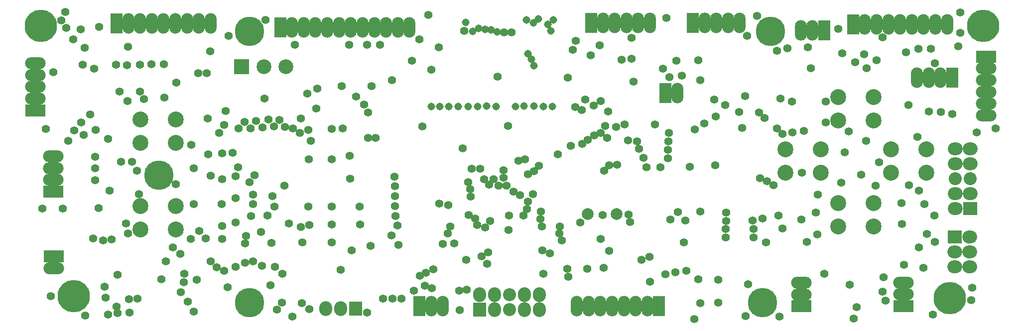
<source format=gbs>
G04 (created by PCBNEW-RS274X (2011-11-27 BZR 3249)-stable) date 7/05/2012 8:41:18 p.m.*
G01*
G70*
G90*
%MOIN*%
G04 Gerber Fmt 3.4, Leading zero omitted, Abs format*
%FSLAX34Y34*%
G04 APERTURE LIST*
%ADD10C,0.020000*%
%ADD11C,0.106600*%
%ADD12O,0.079100X0.138100*%
%ADD13R,0.079100X0.138100*%
%ADD14R,0.094800X0.086900*%
%ADD15O,0.098700X0.086900*%
%ADD16C,0.086900*%
%ADD17C,0.197200*%
%ADD18C,0.216900*%
%ADD19O,0.138100X0.079100*%
%ADD20R,0.138100X0.079100*%
%ADD21C,0.079100*%
%ADD22R,0.098700X0.098700*%
%ADD23C,0.098700*%
%ADD24R,0.086900X0.094800*%
%ADD25O,0.086900X0.098700*%
%ADD26C,0.055400*%
%ADD27C,0.051500*%
G04 APERTURE END LIST*
G54D10*
G54D11*
X66890Y-25276D03*
X66890Y-26850D03*
X69252Y-25276D03*
X69252Y-26850D03*
X72795Y-23267D03*
X72795Y-21693D03*
X70433Y-23267D03*
X70433Y-21693D03*
X20197Y-25473D03*
X20197Y-27047D03*
X22559Y-25473D03*
X22559Y-27047D03*
X20197Y-19685D03*
X20197Y-21259D03*
X22559Y-19685D03*
X22559Y-21259D03*
X69252Y-19763D03*
X69252Y-18189D03*
X66890Y-19763D03*
X66890Y-18189D03*
X65709Y-23267D03*
X65709Y-21693D03*
X63347Y-23267D03*
X63347Y-21693D03*
G54D12*
X20162Y-13260D03*
X19375Y-13260D03*
G54D13*
X18587Y-13260D03*
G54D12*
X20949Y-13260D03*
X21737Y-13260D03*
X22524Y-13260D03*
X23311Y-13260D03*
X24098Y-13260D03*
X24886Y-13260D03*
G54D14*
X75736Y-25671D03*
G54D15*
X74736Y-25671D03*
X75736Y-24671D03*
X74736Y-24671D03*
G54D16*
X75736Y-23671D03*
X74736Y-23671D03*
G54D15*
X75736Y-22671D03*
X74736Y-22671D03*
X75736Y-21671D03*
X74736Y-21671D03*
G54D14*
X74697Y-27553D03*
G54D15*
X75697Y-27553D03*
X74697Y-28553D03*
X75697Y-28553D03*
X74697Y-29553D03*
X75697Y-29553D03*
G54D17*
X62362Y-13780D03*
G54D18*
X76575Y-13425D03*
G54D17*
X61811Y-31969D03*
G54D18*
X74370Y-31654D03*
G54D17*
X27480Y-31969D03*
G54D18*
X15709Y-31535D03*
G54D17*
X21417Y-23425D03*
G54D18*
X13504Y-13425D03*
G54D17*
X27480Y-13780D03*
G54D12*
X51925Y-13216D03*
X51138Y-13216D03*
G54D13*
X50350Y-13216D03*
G54D12*
X52712Y-13216D03*
X53500Y-13216D03*
X54287Y-13216D03*
X69454Y-13331D03*
X68667Y-13331D03*
G54D13*
X67879Y-13331D03*
G54D12*
X70241Y-13331D03*
X71029Y-13331D03*
X71816Y-13331D03*
X72603Y-13331D03*
X73390Y-13331D03*
X74178Y-13331D03*
G54D19*
X76795Y-17055D03*
X76795Y-16268D03*
G54D20*
X76795Y-15480D03*
G54D19*
X76795Y-17842D03*
X76795Y-18630D03*
X76795Y-19417D03*
G54D12*
X31114Y-13520D03*
X30326Y-13520D03*
G54D13*
X29539Y-13520D03*
G54D12*
X31901Y-13520D03*
X32689Y-13520D03*
X33476Y-13520D03*
X34263Y-13520D03*
X35051Y-13520D03*
X35838Y-13520D03*
X36626Y-13520D03*
X37413Y-13520D03*
X38200Y-13520D03*
G54D19*
X13142Y-17504D03*
X13142Y-18291D03*
G54D20*
X13142Y-19079D03*
G54D19*
X13142Y-16717D03*
X13142Y-15929D03*
X14399Y-29654D03*
G54D20*
X14399Y-28866D03*
G54D19*
X71252Y-30611D03*
X71252Y-31398D03*
G54D20*
X71252Y-32186D03*
G54D19*
X64413Y-30626D03*
X64413Y-31413D03*
G54D20*
X64413Y-32201D03*
G54D12*
X72945Y-16882D03*
X73732Y-16882D03*
G54D13*
X74520Y-16882D03*
G54D12*
X72158Y-16882D03*
X53326Y-32201D03*
X54113Y-32201D03*
G54D13*
X54901Y-32201D03*
G54D12*
X52539Y-32201D03*
X51751Y-32201D03*
X50964Y-32201D03*
X50177Y-32201D03*
X49390Y-32201D03*
X56107Y-17912D03*
G54D13*
X55319Y-17912D03*
G54D21*
X50133Y-26035D03*
X52055Y-26035D03*
G54D12*
X64374Y-13721D03*
X65161Y-13721D03*
G54D13*
X65949Y-13721D03*
G54D19*
X14342Y-22945D03*
X14342Y-23732D03*
G54D20*
X14342Y-24520D03*
G54D19*
X14342Y-22158D03*
G54D12*
X40429Y-32177D03*
X39642Y-32177D03*
G54D13*
X38854Y-32177D03*
G54D22*
X26965Y-16150D03*
G54D23*
X28441Y-16150D03*
X29917Y-16150D03*
G54D24*
X34579Y-32358D03*
G54D25*
X33579Y-32358D03*
X32579Y-32358D03*
G54D12*
X58728Y-13236D03*
X57941Y-13236D03*
G54D13*
X57153Y-13236D03*
G54D12*
X59515Y-13236D03*
X60303Y-13236D03*
G54D24*
X42898Y-32433D03*
G54D25*
X42898Y-31433D03*
X43898Y-32433D03*
X43898Y-31433D03*
G54D16*
X44898Y-32433D03*
X44898Y-31433D03*
G54D25*
X45898Y-32433D03*
X45898Y-31433D03*
X46898Y-32433D03*
X46898Y-31433D03*
G54D26*
X40768Y-27313D03*
X35571Y-28159D03*
X38843Y-14327D03*
X17181Y-20374D03*
X55390Y-12898D03*
X18240Y-27709D03*
X16201Y-13650D03*
X48992Y-21453D03*
X31585Y-21132D03*
X61205Y-27583D03*
X59366Y-27590D03*
X23598Y-21394D03*
X50547Y-20756D03*
X66059Y-19894D03*
X66047Y-18504D03*
X58646Y-22744D03*
X38362Y-15752D03*
X39441Y-12697D03*
X52961Y-26547D03*
X36410Y-31701D03*
X24890Y-23441D03*
X24898Y-29197D03*
X19634Y-22524D03*
X15354Y-21122D03*
X35906Y-20913D03*
X49748Y-21339D03*
X29104Y-20148D03*
X37224Y-24813D03*
X29035Y-24813D03*
X29843Y-20187D03*
X29833Y-24134D03*
X37215Y-24163D03*
X54291Y-30551D03*
X25280Y-29579D03*
X51200Y-29630D03*
X25453Y-20591D03*
X37658Y-31682D03*
X25772Y-20051D03*
X25772Y-29839D03*
X73317Y-26132D03*
X72815Y-27358D03*
X45807Y-26132D03*
X72299Y-24465D03*
X46469Y-24673D03*
X46122Y-25197D03*
X46053Y-25699D03*
X22362Y-28268D03*
X30915Y-26900D03*
X30866Y-20583D03*
X35642Y-17441D03*
X35425Y-20913D03*
X50130Y-21043D03*
G54D27*
X46504Y-18803D03*
X47825Y-13022D03*
X47648Y-13750D03*
X47756Y-18819D03*
X42433Y-13799D03*
X39638Y-18819D03*
X46035Y-13024D03*
X41949Y-13193D03*
X42805Y-13583D03*
X40209Y-18815D03*
X40823Y-18815D03*
X43238Y-13642D03*
X41441Y-18807D03*
X43652Y-13691D03*
X44055Y-13839D03*
X42114Y-18815D03*
X46122Y-15276D03*
X42752Y-18807D03*
X43358Y-18803D03*
X46339Y-15650D03*
X43972Y-18815D03*
X46526Y-16083D03*
X46472Y-13236D03*
X45283Y-18807D03*
X47451Y-13337D03*
X47138Y-18831D03*
X46821Y-12963D03*
X45870Y-18799D03*
G54D26*
X59374Y-25909D03*
X62878Y-26114D03*
X46858Y-22791D03*
X52819Y-21106D03*
X63031Y-18303D03*
X61669Y-23614D03*
X44673Y-24130D03*
X72244Y-14961D03*
X37205Y-25482D03*
X42126Y-23886D03*
X64598Y-20465D03*
X55551Y-20582D03*
X55516Y-21153D03*
X63831Y-20547D03*
X53421Y-21146D03*
X46531Y-23146D03*
X46110Y-23358D03*
X53555Y-21642D03*
X45154Y-24535D03*
X42264Y-24360D03*
X63783Y-18476D03*
X73071Y-14961D03*
X62114Y-23839D03*
X37378Y-26803D03*
X62795Y-20276D03*
X55500Y-21724D03*
X55500Y-22291D03*
X63169Y-20661D03*
X53843Y-22260D03*
X44472Y-23098D03*
X31406Y-20382D03*
X51000Y-20598D03*
X24118Y-27165D03*
X30134Y-26642D03*
X30394Y-20305D03*
X21898Y-29181D03*
X40413Y-28016D03*
X47083Y-28472D03*
X29681Y-30020D03*
X37175Y-23524D03*
X61583Y-19232D03*
X45579Y-24748D03*
X62555Y-24083D03*
X42274Y-24862D03*
X72303Y-28268D03*
X72663Y-25359D03*
X72598Y-29634D03*
X51545Y-28484D03*
X49134Y-15012D03*
X50929Y-14717D03*
X52402Y-15699D03*
X49299Y-18862D03*
X24695Y-19636D03*
X26722Y-22884D03*
X42917Y-23000D03*
X26752Y-20305D03*
X28252Y-27213D03*
X28346Y-20226D03*
X24043Y-16579D03*
X36988Y-27451D03*
X20921Y-15996D03*
X21756Y-15996D03*
X42343Y-22976D03*
X21772Y-18232D03*
X27933Y-19774D03*
X27825Y-23425D03*
X61165Y-26469D03*
X59378Y-26476D03*
X26545Y-29567D03*
X28327Y-29492D03*
X43016Y-28862D03*
X26545Y-26575D03*
X17165Y-23740D03*
X27598Y-26142D03*
X27707Y-29203D03*
X43441Y-28602D03*
X17165Y-22972D03*
X44484Y-23598D03*
X17146Y-22175D03*
X73740Y-19183D03*
X51224Y-23138D03*
X68752Y-21122D03*
X72953Y-19154D03*
X51567Y-22760D03*
X67331Y-21898D03*
X52098Y-22732D03*
X71585Y-18730D03*
X27268Y-27476D03*
X44142Y-24126D03*
X27146Y-19843D03*
X19311Y-18445D03*
X42583Y-26315D03*
X44852Y-26112D03*
X37244Y-26152D03*
X28740Y-19675D03*
X24630Y-16598D03*
X28681Y-26132D03*
X18559Y-16012D03*
X20146Y-16031D03*
X27480Y-23878D03*
X20150Y-17835D03*
X27559Y-20295D03*
X43815Y-23697D03*
X57917Y-19953D03*
X48760Y-29705D03*
X47165Y-30039D03*
X71299Y-29429D03*
X73339Y-27906D03*
X22866Y-28693D03*
X47047Y-26870D03*
X48130Y-22008D03*
X20071Y-24681D03*
X17800Y-30900D03*
X19230Y-26640D03*
X34185Y-22110D03*
X34220Y-23665D03*
X48228Y-27323D03*
X52591Y-20016D03*
X56157Y-25882D03*
X54976Y-22878D03*
X14350Y-16516D03*
X15236Y-13551D03*
X67667Y-30748D03*
X53728Y-29106D03*
X65953Y-30031D03*
X38878Y-30161D03*
X55996Y-29925D03*
X69862Y-31211D03*
X56728Y-29815D03*
X54268Y-28894D03*
X70059Y-31821D03*
X39299Y-29941D03*
X28878Y-30791D03*
X29498Y-19715D03*
X37043Y-31693D03*
X61217Y-27028D03*
X59358Y-27035D03*
X45020Y-13858D03*
X44102Y-16815D03*
X31945Y-18953D03*
X30339Y-32886D03*
X35161Y-18681D03*
X39661Y-16343D03*
X18016Y-32772D03*
X38492Y-31165D03*
X37470Y-28081D03*
X74921Y-14803D03*
X40915Y-26870D03*
X30915Y-19636D03*
X35406Y-19213D03*
X22882Y-31240D03*
X32980Y-27929D03*
X23760Y-22965D03*
X41559Y-32445D03*
X15740Y-20409D03*
X27173Y-27992D03*
X25665Y-27693D03*
X27728Y-24728D03*
X31480Y-26760D03*
X35366Y-14681D03*
X32004Y-17618D03*
X43504Y-24045D03*
X19409Y-31709D03*
X19996Y-31681D03*
X25650Y-26823D03*
X18780Y-17835D03*
X25654Y-21969D03*
X17409Y-13480D03*
X77422Y-20304D03*
X26559Y-24949D03*
X25665Y-23685D03*
X60858Y-30713D03*
X25626Y-25350D03*
X62941Y-32902D03*
X58870Y-30429D03*
X26024Y-30937D03*
X16444Y-14899D03*
X33642Y-17472D03*
X61835Y-26315D03*
X62043Y-27933D03*
X27189Y-29299D03*
X14902Y-13059D03*
X32992Y-22370D03*
X71150Y-26697D03*
X73339Y-15933D03*
X75839Y-30941D03*
X15701Y-14321D03*
X51110Y-26094D03*
X31433Y-25528D03*
X55319Y-30043D03*
X44819Y-27075D03*
X15169Y-12488D03*
X29169Y-25528D03*
X73228Y-32760D03*
X72181Y-20854D03*
X28941Y-27953D03*
X74527Y-19323D03*
X43602Y-26486D03*
X31457Y-22350D03*
X71406Y-15177D03*
X68610Y-15327D03*
X76142Y-20561D03*
X60689Y-32866D03*
X32992Y-26728D03*
X56650Y-26465D03*
X18898Y-22528D03*
X52854Y-26043D03*
X16398Y-20709D03*
X24539Y-27650D03*
X66902Y-13634D03*
X64866Y-14843D03*
X17028Y-27665D03*
X56543Y-27925D03*
X56429Y-16756D03*
X17382Y-25622D03*
X31035Y-27929D03*
X34842Y-25528D03*
X13606Y-25665D03*
X14173Y-31528D03*
X23110Y-30024D03*
X48779Y-16881D03*
X58870Y-31945D03*
X75047Y-12524D03*
X13858Y-20319D03*
X57650Y-31996D03*
X34890Y-26709D03*
X49634Y-26583D03*
X23760Y-25350D03*
X14976Y-25646D03*
X32992Y-20307D03*
X46978Y-25866D03*
X57512Y-30394D03*
X21571Y-30374D03*
X57657Y-25862D03*
X75780Y-31780D03*
X27709Y-25350D03*
X60661Y-18134D03*
X37020Y-17043D03*
X61457Y-12764D03*
X40189Y-25323D03*
X60783Y-14098D03*
X67091Y-23913D03*
X71110Y-25283D03*
X28551Y-13035D03*
X26539Y-23496D03*
X34323Y-28469D03*
X58701Y-19476D03*
X65059Y-16256D03*
X18591Y-32213D03*
X34614Y-18154D03*
X30504Y-14681D03*
X29642Y-31957D03*
X19465Y-32626D03*
X67923Y-33022D03*
X53043Y-14220D03*
X36209Y-14681D03*
X34161Y-14681D03*
X62772Y-15106D03*
X44518Y-13848D03*
X71610Y-24106D03*
X41858Y-13752D03*
X26071Y-14091D03*
X17087Y-16289D03*
X35370Y-32634D03*
X24839Y-15138D03*
X20417Y-18327D03*
X69850Y-14205D03*
X42024Y-31098D03*
X59331Y-18724D03*
X69445Y-15713D03*
X60445Y-20268D03*
X60260Y-19197D03*
X23551Y-27689D03*
X63161Y-26996D03*
X51500Y-19165D03*
X50531Y-18756D03*
X52035Y-20177D03*
X49945Y-18343D03*
X49328Y-14408D03*
X53201Y-17169D03*
X22575Y-17217D03*
X53043Y-15618D03*
X22551Y-24035D03*
X19303Y-16067D03*
X68409Y-23386D03*
X18018Y-20986D03*
X24709Y-22024D03*
X32992Y-25528D03*
X75051Y-13890D03*
X19358Y-14823D03*
X50314Y-15394D03*
X65480Y-27406D03*
X18130Y-24469D03*
X69382Y-24114D03*
X42736Y-26768D03*
X19949Y-23114D03*
X64795Y-27874D03*
X67571Y-20476D03*
X18650Y-30080D03*
X61949Y-19602D03*
X16488Y-32815D03*
X40165Y-14843D03*
X68795Y-16244D03*
X19354Y-27331D03*
X58598Y-18354D03*
X67150Y-15240D03*
X18654Y-32669D03*
X28480Y-18303D03*
X57291Y-20366D03*
X31366Y-17953D03*
X68016Y-15850D03*
X57260Y-33051D03*
X65512Y-24736D03*
X30972Y-31984D03*
X63496Y-14913D03*
X64429Y-26374D03*
X64469Y-23256D03*
X16819Y-19346D03*
X65382Y-25913D03*
X50992Y-27685D03*
X48268Y-26860D03*
X48396Y-27785D03*
X50098Y-29705D03*
X41189Y-28004D03*
X51000Y-18469D03*
X51280Y-20130D03*
X55165Y-16283D03*
X55638Y-26382D03*
X54051Y-22886D03*
X17866Y-31638D03*
X17673Y-27780D03*
X23764Y-32563D03*
X23953Y-30421D03*
X23370Y-31889D03*
X23083Y-30602D03*
X56965Y-22850D03*
X54626Y-20008D03*
X51406Y-20921D03*
X45929Y-22346D03*
X47587Y-28657D03*
X39776Y-29736D03*
X39228Y-30835D03*
X48819Y-30217D03*
X42156Y-26093D03*
X40797Y-25423D03*
X16211Y-19882D03*
X41768Y-21634D03*
X16319Y-16033D03*
X25886Y-19134D03*
X26348Y-21929D03*
X45477Y-22465D03*
X68120Y-32244D03*
X49713Y-19043D03*
X57650Y-17040D03*
X41516Y-31157D03*
X39689Y-31004D03*
X43401Y-29351D03*
X41992Y-29075D03*
X69606Y-22571D03*
X46959Y-26358D03*
X43248Y-26909D03*
X43177Y-23685D03*
X55598Y-16850D03*
X57520Y-15720D03*
X69921Y-30264D03*
X33709Y-20291D03*
X56059Y-15744D03*
X44780Y-20138D03*
X39067Y-20146D03*
X29201Y-29551D03*
X29323Y-32417D03*
X31480Y-32406D03*
X33581Y-29770D03*
M02*

</source>
